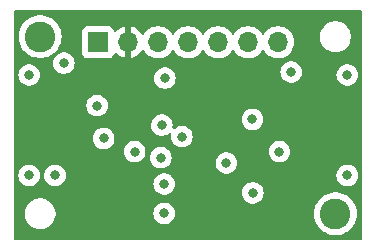
<source format=gbr>
%TF.GenerationSoftware,KiCad,Pcbnew,8.0.5*%
%TF.CreationDate,2024-10-20T21:33:00-07:00*%
%TF.ProjectId,bme688-ezzat-suhaime,626d6536-3838-42d6-957a-7a61742d7375,rev?*%
%TF.SameCoordinates,Original*%
%TF.FileFunction,Copper,L3,Inr*%
%TF.FilePolarity,Positive*%
%FSLAX46Y46*%
G04 Gerber Fmt 4.6, Leading zero omitted, Abs format (unit mm)*
G04 Created by KiCad (PCBNEW 8.0.5) date 2024-10-20 21:33:00*
%MOMM*%
%LPD*%
G01*
G04 APERTURE LIST*
%TA.AperFunction,ComponentPad*%
%ADD10C,2.600000*%
%TD*%
%TA.AperFunction,ComponentPad*%
%ADD11R,1.700000X1.700000*%
%TD*%
%TA.AperFunction,ComponentPad*%
%ADD12O,1.700000X1.700000*%
%TD*%
%TA.AperFunction,ViaPad*%
%ADD13C,0.800000*%
%TD*%
G04 APERTURE END LIST*
D10*
%TO.N,unconnected-(H1-Pad1)_2*%
%TO.C,H1*%
X214500000Y-89500000D03*
%TD*%
D11*
%TO.N,VCC*%
%TO.C,J1*%
X219400000Y-89975000D03*
D12*
%TO.N,+3.3V*%
X221940000Y-89975000D03*
%TO.N,GND*%
X224480000Y-89975000D03*
%TO.N,/SCK{slash}SCL*%
X227020000Y-89975000D03*
%TO.N,/SDO{slash}ADR*%
X229560000Y-89975000D03*
%TO.N,/SDI{slash}SDA*%
X232100000Y-89975000D03*
%TO.N,/CS*%
X234640000Y-89975000D03*
%TD*%
D10*
%TO.N,unconnected-(H2-Pad1)*%
%TO.C,H2*%
X239500000Y-104500000D03*
%TD*%
D13*
%TO.N,+3.3V*%
X224795200Y-95250000D03*
%TO.N,/SDO{slash}ADR*%
X225061139Y-93025000D03*
%TO.N,VCC*%
X219875000Y-98125000D03*
%TO.N,/SCK{slash}SCL*%
X224714341Y-99750000D03*
%TO.N,VCC*%
X215750000Y-101250000D03*
%TO.N,GND*%
X213562500Y-92750000D03*
X235750000Y-92500000D03*
X240500000Y-92750000D03*
X232500000Y-102725000D03*
X213562500Y-101250000D03*
X226500000Y-97975000D03*
X240500000Y-101250000D03*
X224795200Y-97000000D03*
X230260100Y-100214900D03*
X225000000Y-104475000D03*
%TO.N,VCC*%
X216500000Y-91750000D03*
X234750000Y-99250000D03*
%TO.N,+3.3V*%
X219750000Y-104475000D03*
X219004800Y-93250000D03*
X234750000Y-101475000D03*
X229700000Y-93475000D03*
X219750000Y-101725000D03*
X234750000Y-104475000D03*
X228700000Y-97975000D03*
%TO.N,/SDI{slash}SDA*%
X222500000Y-99250000D03*
X232469669Y-96505331D03*
%TO.N,/SCK{slash}SCL*%
X219317300Y-95347600D03*
%TO.N,VCC*%
X225000000Y-101975000D03*
%TD*%
%TA.AperFunction,Conductor*%
%TO.N,+3.3V*%
G36*
X241688539Y-87274185D02*
G01*
X241734294Y-87326989D01*
X241745500Y-87378500D01*
X241745500Y-106621500D01*
X241725815Y-106688539D01*
X241673011Y-106734294D01*
X241621500Y-106745500D01*
X212378500Y-106745500D01*
X212311461Y-106725815D01*
X212265706Y-106673011D01*
X212254500Y-106621500D01*
X212254500Y-104397397D01*
X213196300Y-104397397D01*
X213196300Y-104602603D01*
X213206172Y-104664931D01*
X213228402Y-104805285D01*
X213228402Y-104805288D01*
X213291812Y-105000444D01*
X213291813Y-105000447D01*
X213309197Y-105034564D01*
X213384976Y-105183288D01*
X213505594Y-105349303D01*
X213650697Y-105494406D01*
X213816712Y-105615024D01*
X213906390Y-105660717D01*
X213999552Y-105708186D01*
X213999555Y-105708187D01*
X214077591Y-105733542D01*
X214194716Y-105771598D01*
X214397397Y-105803700D01*
X214397398Y-105803700D01*
X214602602Y-105803700D01*
X214602603Y-105803700D01*
X214805284Y-105771598D01*
X214805287Y-105771597D01*
X214805288Y-105771597D01*
X215000444Y-105708187D01*
X215000447Y-105708186D01*
X215183288Y-105615024D01*
X215349303Y-105494406D01*
X215494406Y-105349303D01*
X215615024Y-105183288D01*
X215708186Y-105000447D01*
X215771598Y-104805284D01*
X215803700Y-104602603D01*
X215803700Y-104475000D01*
X224086496Y-104475000D01*
X224106458Y-104664928D01*
X224106459Y-104664931D01*
X224165470Y-104846549D01*
X224165473Y-104846556D01*
X224260960Y-105011944D01*
X224388747Y-105153866D01*
X224543248Y-105266118D01*
X224717712Y-105343794D01*
X224904513Y-105383500D01*
X225095487Y-105383500D01*
X225282288Y-105343794D01*
X225456752Y-105266118D01*
X225611253Y-105153866D01*
X225739040Y-105011944D01*
X225834527Y-104846556D01*
X225893542Y-104664928D01*
X225910877Y-104499995D01*
X237686429Y-104499995D01*
X237686429Y-104500004D01*
X237706683Y-104770289D01*
X237706684Y-104770294D01*
X237766997Y-105034545D01*
X237766999Y-105034554D01*
X237767001Y-105034559D01*
X237866029Y-105286879D01*
X238001557Y-105521621D01*
X238170558Y-105733542D01*
X238369257Y-105917907D01*
X238593215Y-106070599D01*
X238837428Y-106188206D01*
X239096442Y-106268101D01*
X239096443Y-106268101D01*
X239096446Y-106268102D01*
X239364464Y-106308499D01*
X239364469Y-106308499D01*
X239364472Y-106308500D01*
X239364473Y-106308500D01*
X239635527Y-106308500D01*
X239635528Y-106308500D01*
X239635535Y-106308499D01*
X239903553Y-106268102D01*
X239903554Y-106268101D01*
X239903558Y-106268101D01*
X240162572Y-106188206D01*
X240406786Y-106070599D01*
X240630743Y-105917907D01*
X240829442Y-105733542D01*
X240998443Y-105521621D01*
X241133971Y-105286879D01*
X241232999Y-105034559D01*
X241293315Y-104770299D01*
X241301211Y-104664931D01*
X241313571Y-104500004D01*
X241313571Y-104499995D01*
X241293316Y-104229710D01*
X241293315Y-104229705D01*
X241293315Y-104229701D01*
X241232999Y-103965441D01*
X241133971Y-103713121D01*
X240998443Y-103478379D01*
X240829442Y-103266458D01*
X240630743Y-103082093D01*
X240406786Y-102929401D01*
X240406780Y-102929398D01*
X240406779Y-102929397D01*
X240406778Y-102929396D01*
X240162574Y-102811795D01*
X240162576Y-102811795D01*
X239903559Y-102731899D01*
X239903553Y-102731897D01*
X239635535Y-102691500D01*
X239635528Y-102691500D01*
X239364472Y-102691500D01*
X239364464Y-102691500D01*
X239096446Y-102731897D01*
X239096440Y-102731899D01*
X238837427Y-102811794D01*
X238593219Y-102929398D01*
X238369256Y-103082093D01*
X238170560Y-103266456D01*
X238170558Y-103266458D01*
X238001557Y-103478379D01*
X237866029Y-103713120D01*
X237767003Y-103965435D01*
X237766997Y-103965454D01*
X237706684Y-104229705D01*
X237706683Y-104229710D01*
X237686429Y-104499995D01*
X225910877Y-104499995D01*
X225913504Y-104475000D01*
X225893542Y-104285072D01*
X225834527Y-104103444D01*
X225739040Y-103938056D01*
X225611253Y-103796134D01*
X225456752Y-103683882D01*
X225282288Y-103606206D01*
X225282286Y-103606205D01*
X225095487Y-103566500D01*
X224904513Y-103566500D01*
X224717714Y-103606205D01*
X224543246Y-103683883D01*
X224388745Y-103796135D01*
X224260959Y-103938057D01*
X224165473Y-104103443D01*
X224165470Y-104103450D01*
X224124446Y-104229710D01*
X224106458Y-104285072D01*
X224086496Y-104475000D01*
X215803700Y-104475000D01*
X215803700Y-104397397D01*
X215771598Y-104194716D01*
X215771597Y-104194712D01*
X215771597Y-104194711D01*
X215708187Y-103999555D01*
X215708186Y-103999552D01*
X215615023Y-103816711D01*
X215494406Y-103650697D01*
X215349303Y-103505594D01*
X215183288Y-103384976D01*
X215000447Y-103291813D01*
X215000444Y-103291812D01*
X214805286Y-103228402D01*
X214670163Y-103207000D01*
X214602603Y-103196300D01*
X214397397Y-103196300D01*
X214329836Y-103207000D01*
X214194714Y-103228402D01*
X214194711Y-103228402D01*
X213999555Y-103291812D01*
X213999552Y-103291813D01*
X213816711Y-103384976D01*
X213650695Y-103505595D01*
X213505595Y-103650695D01*
X213384976Y-103816711D01*
X213291813Y-103999552D01*
X213291812Y-103999555D01*
X213228402Y-104194711D01*
X213228402Y-104194714D01*
X213228402Y-104194716D01*
X213196300Y-104397397D01*
X212254500Y-104397397D01*
X212254500Y-101250000D01*
X212648996Y-101250000D01*
X212668958Y-101439928D01*
X212668959Y-101439931D01*
X212727970Y-101621549D01*
X212727973Y-101621556D01*
X212823460Y-101786944D01*
X212951247Y-101928866D01*
X213105748Y-102041118D01*
X213280212Y-102118794D01*
X213467013Y-102158500D01*
X213657987Y-102158500D01*
X213844788Y-102118794D01*
X214019252Y-102041118D01*
X214173753Y-101928866D01*
X214301540Y-101786944D01*
X214397027Y-101621556D01*
X214456042Y-101439928D01*
X214476004Y-101250000D01*
X214836496Y-101250000D01*
X214856458Y-101439928D01*
X214856459Y-101439931D01*
X214915470Y-101621549D01*
X214915473Y-101621556D01*
X215010960Y-101786944D01*
X215138747Y-101928866D01*
X215293248Y-102041118D01*
X215467712Y-102118794D01*
X215654513Y-102158500D01*
X215845487Y-102158500D01*
X216032288Y-102118794D01*
X216206752Y-102041118D01*
X216297755Y-101975000D01*
X224086496Y-101975000D01*
X224106458Y-102164928D01*
X224106459Y-102164931D01*
X224165470Y-102346549D01*
X224165473Y-102346556D01*
X224260960Y-102511944D01*
X224388747Y-102653866D01*
X224543248Y-102766118D01*
X224717712Y-102843794D01*
X224904513Y-102883500D01*
X225095487Y-102883500D01*
X225282288Y-102843794D01*
X225456752Y-102766118D01*
X225513346Y-102725000D01*
X231586496Y-102725000D01*
X231606458Y-102914928D01*
X231606459Y-102914931D01*
X231665470Y-103096549D01*
X231665473Y-103096556D01*
X231760960Y-103261944D01*
X231888747Y-103403866D01*
X232043248Y-103516118D01*
X232217712Y-103593794D01*
X232404513Y-103633500D01*
X232595487Y-103633500D01*
X232782288Y-103593794D01*
X232956752Y-103516118D01*
X233111253Y-103403866D01*
X233239040Y-103261944D01*
X233334527Y-103096556D01*
X233393542Y-102914928D01*
X233413504Y-102725000D01*
X233393542Y-102535072D01*
X233334527Y-102353444D01*
X233239040Y-102188056D01*
X233111253Y-102046134D01*
X232956752Y-101933882D01*
X232782288Y-101856206D01*
X232782286Y-101856205D01*
X232595487Y-101816500D01*
X232404513Y-101816500D01*
X232217714Y-101856205D01*
X232043246Y-101933883D01*
X231888745Y-102046135D01*
X231760959Y-102188057D01*
X231665473Y-102353443D01*
X231665470Y-102353450D01*
X231606459Y-102535068D01*
X231606458Y-102535072D01*
X231586496Y-102725000D01*
X225513346Y-102725000D01*
X225611253Y-102653866D01*
X225739040Y-102511944D01*
X225834527Y-102346556D01*
X225893542Y-102164928D01*
X225913504Y-101975000D01*
X225893542Y-101785072D01*
X225834527Y-101603444D01*
X225739040Y-101438056D01*
X225611253Y-101296134D01*
X225547755Y-101250000D01*
X239586496Y-101250000D01*
X239606458Y-101439928D01*
X239606459Y-101439931D01*
X239665470Y-101621549D01*
X239665473Y-101621556D01*
X239760960Y-101786944D01*
X239888747Y-101928866D01*
X240043248Y-102041118D01*
X240217712Y-102118794D01*
X240404513Y-102158500D01*
X240595487Y-102158500D01*
X240782288Y-102118794D01*
X240956752Y-102041118D01*
X241111253Y-101928866D01*
X241239040Y-101786944D01*
X241334527Y-101621556D01*
X241393542Y-101439928D01*
X241413504Y-101250000D01*
X241393542Y-101060072D01*
X241334527Y-100878444D01*
X241239040Y-100713056D01*
X241111253Y-100571134D01*
X240956752Y-100458882D01*
X240782288Y-100381206D01*
X240782286Y-100381205D01*
X240595487Y-100341500D01*
X240404513Y-100341500D01*
X240217714Y-100381205D01*
X240043246Y-100458883D01*
X239888745Y-100571135D01*
X239760959Y-100713057D01*
X239665473Y-100878443D01*
X239665470Y-100878450D01*
X239624021Y-101006018D01*
X239606458Y-101060072D01*
X239586496Y-101250000D01*
X225547755Y-101250000D01*
X225456752Y-101183882D01*
X225282288Y-101106206D01*
X225282286Y-101106205D01*
X225095487Y-101066500D01*
X224904513Y-101066500D01*
X224717714Y-101106205D01*
X224543246Y-101183883D01*
X224388745Y-101296135D01*
X224260959Y-101438057D01*
X224165473Y-101603443D01*
X224165470Y-101603450D01*
X224106459Y-101785068D01*
X224106458Y-101785072D01*
X224086496Y-101975000D01*
X216297755Y-101975000D01*
X216361253Y-101928866D01*
X216489040Y-101786944D01*
X216584527Y-101621556D01*
X216643542Y-101439928D01*
X216663504Y-101250000D01*
X216643542Y-101060072D01*
X216584527Y-100878444D01*
X216489040Y-100713056D01*
X216361253Y-100571134D01*
X216206752Y-100458882D01*
X216032288Y-100381206D01*
X216032286Y-100381205D01*
X215845487Y-100341500D01*
X215654513Y-100341500D01*
X215467714Y-100381205D01*
X215293246Y-100458883D01*
X215138745Y-100571135D01*
X215010959Y-100713057D01*
X214915473Y-100878443D01*
X214915470Y-100878450D01*
X214874021Y-101006018D01*
X214856458Y-101060072D01*
X214836496Y-101250000D01*
X214476004Y-101250000D01*
X214456042Y-101060072D01*
X214397027Y-100878444D01*
X214301540Y-100713056D01*
X214173753Y-100571134D01*
X214019252Y-100458882D01*
X213844788Y-100381206D01*
X213844786Y-100381205D01*
X213657987Y-100341500D01*
X213467013Y-100341500D01*
X213280214Y-100381205D01*
X213105746Y-100458883D01*
X212951245Y-100571135D01*
X212823459Y-100713057D01*
X212727973Y-100878443D01*
X212727970Y-100878450D01*
X212686521Y-101006018D01*
X212668958Y-101060072D01*
X212648996Y-101250000D01*
X212254500Y-101250000D01*
X212254500Y-99250000D01*
X221586496Y-99250000D01*
X221606458Y-99439928D01*
X221606459Y-99439931D01*
X221665470Y-99621549D01*
X221665473Y-99621556D01*
X221760960Y-99786944D01*
X221888747Y-99928866D01*
X222043248Y-100041118D01*
X222217712Y-100118794D01*
X222404513Y-100158500D01*
X222595487Y-100158500D01*
X222782288Y-100118794D01*
X222956752Y-100041118D01*
X223111253Y-99928866D01*
X223239040Y-99786944D01*
X223260370Y-99750000D01*
X223800837Y-99750000D01*
X223820799Y-99939928D01*
X223820800Y-99939931D01*
X223879811Y-100121549D01*
X223879814Y-100121556D01*
X223975301Y-100286944D01*
X224103088Y-100428866D01*
X224257589Y-100541118D01*
X224432053Y-100618794D01*
X224618854Y-100658500D01*
X224809828Y-100658500D01*
X224996629Y-100618794D01*
X225171093Y-100541118D01*
X225325594Y-100428866D01*
X225453381Y-100286944D01*
X225494976Y-100214900D01*
X229346596Y-100214900D01*
X229366558Y-100404828D01*
X229366559Y-100404831D01*
X229425570Y-100586449D01*
X229425573Y-100586456D01*
X229521060Y-100751844D01*
X229648847Y-100893766D01*
X229803348Y-101006018D01*
X229977812Y-101083694D01*
X230164613Y-101123400D01*
X230355587Y-101123400D01*
X230542388Y-101083694D01*
X230716852Y-101006018D01*
X230871353Y-100893766D01*
X230999140Y-100751844D01*
X231094627Y-100586456D01*
X231153642Y-100404828D01*
X231173604Y-100214900D01*
X231153642Y-100024972D01*
X231094627Y-99843344D01*
X230999140Y-99677956D01*
X230871353Y-99536034D01*
X230716852Y-99423782D01*
X230542388Y-99346106D01*
X230542386Y-99346105D01*
X230355587Y-99306400D01*
X230164613Y-99306400D01*
X229977814Y-99346105D01*
X229803346Y-99423783D01*
X229648845Y-99536035D01*
X229521059Y-99677957D01*
X229425573Y-99843343D01*
X229425570Y-99843350D01*
X229366559Y-100024968D01*
X229366558Y-100024972D01*
X229346596Y-100214900D01*
X225494976Y-100214900D01*
X225548868Y-100121556D01*
X225607883Y-99939928D01*
X225627845Y-99750000D01*
X225607883Y-99560072D01*
X225548868Y-99378444D01*
X225474711Y-99250000D01*
X233836496Y-99250000D01*
X233856458Y-99439928D01*
X233856459Y-99439931D01*
X233915470Y-99621549D01*
X233915473Y-99621556D01*
X234010960Y-99786944D01*
X234138747Y-99928866D01*
X234293248Y-100041118D01*
X234467712Y-100118794D01*
X234654513Y-100158500D01*
X234845487Y-100158500D01*
X235032288Y-100118794D01*
X235206752Y-100041118D01*
X235361253Y-99928866D01*
X235489040Y-99786944D01*
X235584527Y-99621556D01*
X235643542Y-99439928D01*
X235663504Y-99250000D01*
X235643542Y-99060072D01*
X235584527Y-98878444D01*
X235489040Y-98713056D01*
X235361253Y-98571134D01*
X235206752Y-98458882D01*
X235032288Y-98381206D01*
X235032286Y-98381205D01*
X234845487Y-98341500D01*
X234654513Y-98341500D01*
X234467714Y-98381205D01*
X234293246Y-98458883D01*
X234138745Y-98571135D01*
X234010959Y-98713057D01*
X233915473Y-98878443D01*
X233915470Y-98878450D01*
X233856459Y-99060068D01*
X233856458Y-99060072D01*
X233836496Y-99250000D01*
X225474711Y-99250000D01*
X225453381Y-99213056D01*
X225325594Y-99071134D01*
X225171093Y-98958882D01*
X224996629Y-98881206D01*
X224996627Y-98881205D01*
X224809828Y-98841500D01*
X224618854Y-98841500D01*
X224432055Y-98881205D01*
X224257587Y-98958883D01*
X224103086Y-99071135D01*
X223975300Y-99213057D01*
X223879814Y-99378443D01*
X223879811Y-99378450D01*
X223859836Y-99439928D01*
X223820799Y-99560072D01*
X223800837Y-99750000D01*
X223260370Y-99750000D01*
X223334527Y-99621556D01*
X223393542Y-99439928D01*
X223413504Y-99250000D01*
X223393542Y-99060072D01*
X223334527Y-98878444D01*
X223239040Y-98713056D01*
X223111253Y-98571134D01*
X222956752Y-98458882D01*
X222782288Y-98381206D01*
X222782286Y-98381205D01*
X222595487Y-98341500D01*
X222404513Y-98341500D01*
X222217714Y-98381205D01*
X222043246Y-98458883D01*
X221888745Y-98571135D01*
X221760959Y-98713057D01*
X221665473Y-98878443D01*
X221665470Y-98878450D01*
X221606459Y-99060068D01*
X221606458Y-99060072D01*
X221586496Y-99250000D01*
X212254500Y-99250000D01*
X212254500Y-98125000D01*
X218961496Y-98125000D01*
X218981458Y-98314928D01*
X218981459Y-98314931D01*
X219040470Y-98496549D01*
X219040473Y-98496556D01*
X219135960Y-98661944D01*
X219263747Y-98803866D01*
X219418248Y-98916118D01*
X219592712Y-98993794D01*
X219779513Y-99033500D01*
X219970487Y-99033500D01*
X220157288Y-98993794D01*
X220331752Y-98916118D01*
X220486253Y-98803866D01*
X220614040Y-98661944D01*
X220709527Y-98496556D01*
X220768542Y-98314928D01*
X220788504Y-98125000D01*
X220768542Y-97935072D01*
X220709527Y-97753444D01*
X220614040Y-97588056D01*
X220486253Y-97446134D01*
X220331752Y-97333882D01*
X220157288Y-97256206D01*
X220157286Y-97256205D01*
X219970487Y-97216500D01*
X219779513Y-97216500D01*
X219592714Y-97256205D01*
X219592712Y-97256206D01*
X219444898Y-97322017D01*
X219418246Y-97333883D01*
X219263745Y-97446135D01*
X219135959Y-97588057D01*
X219040473Y-97753443D01*
X219040470Y-97753450D01*
X218981459Y-97935068D01*
X218981458Y-97935072D01*
X218961496Y-98125000D01*
X212254500Y-98125000D01*
X212254500Y-97000000D01*
X223881696Y-97000000D01*
X223901658Y-97189928D01*
X223901659Y-97189931D01*
X223960670Y-97371549D01*
X223960673Y-97371556D01*
X224056160Y-97536944D01*
X224183947Y-97678866D01*
X224338448Y-97791118D01*
X224512912Y-97868794D01*
X224699713Y-97908500D01*
X224890687Y-97908500D01*
X225077488Y-97868794D01*
X225251952Y-97791118D01*
X225406453Y-97678866D01*
X225406456Y-97678862D01*
X225409760Y-97676462D01*
X225475566Y-97652982D01*
X225543620Y-97668807D01*
X225592315Y-97718913D01*
X225606191Y-97787390D01*
X225605967Y-97789741D01*
X225586496Y-97974999D01*
X225586496Y-97975000D01*
X225606458Y-98164928D01*
X225606459Y-98164931D01*
X225665470Y-98346549D01*
X225665473Y-98346556D01*
X225760960Y-98511944D01*
X225888747Y-98653866D01*
X226043248Y-98766118D01*
X226217712Y-98843794D01*
X226404513Y-98883500D01*
X226595487Y-98883500D01*
X226782288Y-98843794D01*
X226956752Y-98766118D01*
X227111253Y-98653866D01*
X227239040Y-98511944D01*
X227334527Y-98346556D01*
X227393542Y-98164928D01*
X227413504Y-97975000D01*
X227393542Y-97785072D01*
X227334527Y-97603444D01*
X227239040Y-97438056D01*
X227111253Y-97296134D01*
X226956752Y-97183882D01*
X226782288Y-97106206D01*
X226782286Y-97106205D01*
X226595487Y-97066500D01*
X226404513Y-97066500D01*
X226217714Y-97106205D01*
X226043243Y-97183884D01*
X225885438Y-97298537D01*
X225819632Y-97322017D01*
X225751578Y-97306191D01*
X225702883Y-97256086D01*
X225689008Y-97187608D01*
X225689222Y-97185352D01*
X225708704Y-97000000D01*
X225688742Y-96810072D01*
X225629727Y-96628444D01*
X225558648Y-96505331D01*
X231556165Y-96505331D01*
X231576127Y-96695259D01*
X231576128Y-96695262D01*
X231635139Y-96876880D01*
X231635142Y-96876887D01*
X231730629Y-97042275D01*
X231858416Y-97184197D01*
X232012917Y-97296449D01*
X232187381Y-97374125D01*
X232374182Y-97413831D01*
X232565156Y-97413831D01*
X232751957Y-97374125D01*
X232926421Y-97296449D01*
X233080922Y-97184197D01*
X233208709Y-97042275D01*
X233304196Y-96876887D01*
X233363211Y-96695259D01*
X233383173Y-96505331D01*
X233363211Y-96315403D01*
X233304196Y-96133775D01*
X233208709Y-95968387D01*
X233080922Y-95826465D01*
X232926421Y-95714213D01*
X232751957Y-95636537D01*
X232751955Y-95636536D01*
X232565156Y-95596831D01*
X232374182Y-95596831D01*
X232187383Y-95636536D01*
X232012915Y-95714214D01*
X231858414Y-95826466D01*
X231730628Y-95968388D01*
X231635142Y-96133774D01*
X231635139Y-96133781D01*
X231576128Y-96315399D01*
X231576127Y-96315403D01*
X231556165Y-96505331D01*
X225558648Y-96505331D01*
X225534240Y-96463056D01*
X225406453Y-96321134D01*
X225251952Y-96208882D01*
X225077488Y-96131206D01*
X225077486Y-96131205D01*
X224890687Y-96091500D01*
X224699713Y-96091500D01*
X224512914Y-96131205D01*
X224338446Y-96208883D01*
X224183945Y-96321135D01*
X224056159Y-96463057D01*
X223960673Y-96628443D01*
X223960670Y-96628450D01*
X223938963Y-96695259D01*
X223901658Y-96810072D01*
X223881696Y-97000000D01*
X212254500Y-97000000D01*
X212254500Y-95347600D01*
X218403796Y-95347600D01*
X218423758Y-95537528D01*
X218423759Y-95537531D01*
X218482770Y-95719149D01*
X218482773Y-95719156D01*
X218578260Y-95884544D01*
X218706047Y-96026466D01*
X218860548Y-96138718D01*
X219035012Y-96216394D01*
X219221813Y-96256100D01*
X219412787Y-96256100D01*
X219599588Y-96216394D01*
X219774052Y-96138718D01*
X219928553Y-96026466D01*
X220056340Y-95884544D01*
X220151827Y-95719156D01*
X220210842Y-95537528D01*
X220230804Y-95347600D01*
X220210842Y-95157672D01*
X220151827Y-94976044D01*
X220056340Y-94810656D01*
X219928553Y-94668734D01*
X219774052Y-94556482D01*
X219599588Y-94478806D01*
X219599586Y-94478805D01*
X219412787Y-94439100D01*
X219221813Y-94439100D01*
X219035014Y-94478805D01*
X218860546Y-94556483D01*
X218706045Y-94668735D01*
X218578259Y-94810657D01*
X218482773Y-94976043D01*
X218482770Y-94976050D01*
X218423759Y-95157668D01*
X218423758Y-95157672D01*
X218403796Y-95347600D01*
X212254500Y-95347600D01*
X212254500Y-92750000D01*
X212648996Y-92750000D01*
X212668958Y-92939928D01*
X212668959Y-92939931D01*
X212727970Y-93121549D01*
X212727973Y-93121556D01*
X212823460Y-93286944D01*
X212951247Y-93428866D01*
X213105748Y-93541118D01*
X213280212Y-93618794D01*
X213467013Y-93658500D01*
X213657987Y-93658500D01*
X213844788Y-93618794D01*
X214019252Y-93541118D01*
X214173753Y-93428866D01*
X214301540Y-93286944D01*
X214397027Y-93121556D01*
X214428400Y-93025000D01*
X224147635Y-93025000D01*
X224167597Y-93214928D01*
X224167598Y-93214931D01*
X224226609Y-93396549D01*
X224226612Y-93396556D01*
X224322099Y-93561944D01*
X224449886Y-93703866D01*
X224604387Y-93816118D01*
X224778851Y-93893794D01*
X224965652Y-93933500D01*
X225156626Y-93933500D01*
X225343427Y-93893794D01*
X225517891Y-93816118D01*
X225672392Y-93703866D01*
X225800179Y-93561944D01*
X225895666Y-93396556D01*
X225954681Y-93214928D01*
X225974643Y-93025000D01*
X225954681Y-92835072D01*
X225895666Y-92653444D01*
X225807075Y-92500000D01*
X234836496Y-92500000D01*
X234856458Y-92689928D01*
X234856459Y-92689931D01*
X234915470Y-92871549D01*
X234915473Y-92871556D01*
X235010960Y-93036944D01*
X235138747Y-93178866D01*
X235293248Y-93291118D01*
X235467712Y-93368794D01*
X235654513Y-93408500D01*
X235845487Y-93408500D01*
X236032288Y-93368794D01*
X236206752Y-93291118D01*
X236361253Y-93178866D01*
X236489040Y-93036944D01*
X236584527Y-92871556D01*
X236624023Y-92750000D01*
X239586496Y-92750000D01*
X239606458Y-92939928D01*
X239606459Y-92939931D01*
X239665470Y-93121549D01*
X239665473Y-93121556D01*
X239760960Y-93286944D01*
X239888747Y-93428866D01*
X240043248Y-93541118D01*
X240217712Y-93618794D01*
X240404513Y-93658500D01*
X240595487Y-93658500D01*
X240782288Y-93618794D01*
X240956752Y-93541118D01*
X241111253Y-93428866D01*
X241239040Y-93286944D01*
X241334527Y-93121556D01*
X241393542Y-92939928D01*
X241413504Y-92750000D01*
X241393542Y-92560072D01*
X241334527Y-92378444D01*
X241239040Y-92213056D01*
X241111253Y-92071134D01*
X240956752Y-91958882D01*
X240782288Y-91881206D01*
X240782286Y-91881205D01*
X240595487Y-91841500D01*
X240404513Y-91841500D01*
X240217714Y-91881205D01*
X240043246Y-91958883D01*
X239888745Y-92071135D01*
X239760959Y-92213057D01*
X239665473Y-92378443D01*
X239665470Y-92378450D01*
X239606459Y-92560068D01*
X239606458Y-92560072D01*
X239586496Y-92750000D01*
X236624023Y-92750000D01*
X236643542Y-92689928D01*
X236663504Y-92500000D01*
X236643542Y-92310072D01*
X236584527Y-92128444D01*
X236489040Y-91963056D01*
X236361253Y-91821134D01*
X236206752Y-91708882D01*
X236032288Y-91631206D01*
X236032286Y-91631205D01*
X235845487Y-91591500D01*
X235654513Y-91591500D01*
X235467714Y-91631205D01*
X235293246Y-91708883D01*
X235138745Y-91821135D01*
X235010959Y-91963057D01*
X234915473Y-92128443D01*
X234915470Y-92128450D01*
X234856459Y-92310068D01*
X234856458Y-92310072D01*
X234836496Y-92500000D01*
X225807075Y-92500000D01*
X225800179Y-92488056D01*
X225672392Y-92346134D01*
X225517891Y-92233882D01*
X225343427Y-92156206D01*
X225343425Y-92156205D01*
X225156626Y-92116500D01*
X224965652Y-92116500D01*
X224778853Y-92156205D01*
X224604385Y-92233883D01*
X224449884Y-92346135D01*
X224322098Y-92488057D01*
X224226612Y-92653443D01*
X224226609Y-92653450D01*
X224167598Y-92835068D01*
X224167597Y-92835072D01*
X224147635Y-93025000D01*
X214428400Y-93025000D01*
X214456042Y-92939928D01*
X214476004Y-92750000D01*
X214456042Y-92560072D01*
X214397027Y-92378444D01*
X214301540Y-92213056D01*
X214173753Y-92071134D01*
X214019252Y-91958882D01*
X213844788Y-91881206D01*
X213844786Y-91881205D01*
X213657987Y-91841500D01*
X213467013Y-91841500D01*
X213280214Y-91881205D01*
X213105746Y-91958883D01*
X212951245Y-92071135D01*
X212823459Y-92213057D01*
X212727973Y-92378443D01*
X212727970Y-92378450D01*
X212668959Y-92560068D01*
X212668958Y-92560072D01*
X212648996Y-92750000D01*
X212254500Y-92750000D01*
X212254500Y-91750000D01*
X215586496Y-91750000D01*
X215606458Y-91939928D01*
X215606459Y-91939931D01*
X215665470Y-92121549D01*
X215665473Y-92121556D01*
X215760960Y-92286944D01*
X215888747Y-92428866D01*
X216043248Y-92541118D01*
X216217712Y-92618794D01*
X216404513Y-92658500D01*
X216595487Y-92658500D01*
X216782288Y-92618794D01*
X216956752Y-92541118D01*
X217111253Y-92428866D01*
X217239040Y-92286944D01*
X217334527Y-92121556D01*
X217393542Y-91939928D01*
X217413504Y-91750000D01*
X217393542Y-91560072D01*
X217334527Y-91378444D01*
X217239040Y-91213056D01*
X217111253Y-91071134D01*
X216956752Y-90958882D01*
X216782288Y-90881206D01*
X216782286Y-90881205D01*
X216595487Y-90841500D01*
X216404513Y-90841500D01*
X216217714Y-90881205D01*
X216181627Y-90897272D01*
X216098681Y-90934202D01*
X216043246Y-90958883D01*
X215888745Y-91071135D01*
X215760959Y-91213057D01*
X215665473Y-91378443D01*
X215665470Y-91378450D01*
X215606459Y-91560068D01*
X215606458Y-91560072D01*
X215586496Y-91750000D01*
X212254500Y-91750000D01*
X212254500Y-89499995D01*
X212686429Y-89499995D01*
X212686429Y-89500004D01*
X212706683Y-89770289D01*
X212706684Y-89770294D01*
X212766997Y-90034545D01*
X212766999Y-90034554D01*
X212767001Y-90034559D01*
X212866029Y-90286879D01*
X213001557Y-90521621D01*
X213170558Y-90733542D01*
X213369257Y-90917907D01*
X213593215Y-91070599D01*
X213837428Y-91188206D01*
X214096442Y-91268101D01*
X214096443Y-91268101D01*
X214096446Y-91268102D01*
X214364464Y-91308499D01*
X214364469Y-91308499D01*
X214364472Y-91308500D01*
X214364473Y-91308500D01*
X214635527Y-91308500D01*
X214635528Y-91308500D01*
X214654543Y-91305634D01*
X214903553Y-91268102D01*
X214903554Y-91268101D01*
X214903558Y-91268101D01*
X215162572Y-91188206D01*
X215406786Y-91070599D01*
X215630743Y-90917907D01*
X215829442Y-90733542D01*
X215998443Y-90521621D01*
X216133971Y-90286879D01*
X216232999Y-90034559D01*
X216293315Y-89770299D01*
X216313571Y-89500000D01*
X216312701Y-89488393D01*
X216293316Y-89229710D01*
X216293315Y-89229705D01*
X216293315Y-89229701D01*
X216258312Y-89076345D01*
X218041500Y-89076345D01*
X218041500Y-90873654D01*
X218048011Y-90934202D01*
X218048011Y-90934204D01*
X218098885Y-91070599D01*
X218099111Y-91071204D01*
X218186739Y-91188261D01*
X218303796Y-91275889D01*
X218440799Y-91326989D01*
X218468050Y-91329918D01*
X218501345Y-91333499D01*
X218501362Y-91333500D01*
X220298638Y-91333500D01*
X220298654Y-91333499D01*
X220325692Y-91330591D01*
X220359201Y-91326989D01*
X220496204Y-91275889D01*
X220613261Y-91188261D01*
X220700889Y-91071204D01*
X220749223Y-90941615D01*
X220791093Y-90885686D01*
X220856557Y-90861269D01*
X220924830Y-90876121D01*
X220953084Y-90897272D01*
X221068917Y-91013105D01*
X221262421Y-91148600D01*
X221476507Y-91248429D01*
X221476516Y-91248433D01*
X221690000Y-91305634D01*
X221690000Y-90408012D01*
X221747007Y-90440925D01*
X221874174Y-90475000D01*
X222005826Y-90475000D01*
X222132993Y-90440925D01*
X222190000Y-90408012D01*
X222190000Y-91305633D01*
X222403483Y-91248433D01*
X222403492Y-91248429D01*
X222617578Y-91148600D01*
X222811082Y-91013105D01*
X222978105Y-90846082D01*
X223104868Y-90665048D01*
X223159445Y-90621423D01*
X223228944Y-90614231D01*
X223291298Y-90645753D01*
X223310251Y-90668350D01*
X223404276Y-90812265D01*
X223404284Y-90812276D01*
X223556756Y-90977902D01*
X223556760Y-90977906D01*
X223734424Y-91116189D01*
X223734425Y-91116189D01*
X223734427Y-91116191D01*
X223794314Y-91148600D01*
X223932426Y-91223342D01*
X224145365Y-91296444D01*
X224367431Y-91333500D01*
X224592569Y-91333500D01*
X224814635Y-91296444D01*
X225027574Y-91223342D01*
X225225576Y-91116189D01*
X225403240Y-90977906D01*
X225555722Y-90812268D01*
X225646193Y-90673790D01*
X225699338Y-90628437D01*
X225768569Y-90619013D01*
X225831905Y-90648515D01*
X225853804Y-90673787D01*
X225944278Y-90812268D01*
X225944283Y-90812273D01*
X225944284Y-90812276D01*
X226096756Y-90977902D01*
X226096760Y-90977906D01*
X226274424Y-91116189D01*
X226274425Y-91116189D01*
X226274427Y-91116191D01*
X226334314Y-91148600D01*
X226472426Y-91223342D01*
X226685365Y-91296444D01*
X226907431Y-91333500D01*
X227132569Y-91333500D01*
X227354635Y-91296444D01*
X227567574Y-91223342D01*
X227765576Y-91116189D01*
X227943240Y-90977906D01*
X228095722Y-90812268D01*
X228186193Y-90673790D01*
X228239338Y-90628437D01*
X228308569Y-90619013D01*
X228371905Y-90648515D01*
X228393804Y-90673787D01*
X228484278Y-90812268D01*
X228484283Y-90812273D01*
X228484284Y-90812276D01*
X228636756Y-90977902D01*
X228636760Y-90977906D01*
X228814424Y-91116189D01*
X228814425Y-91116189D01*
X228814427Y-91116191D01*
X228874314Y-91148600D01*
X229012426Y-91223342D01*
X229225365Y-91296444D01*
X229447431Y-91333500D01*
X229672569Y-91333500D01*
X229894635Y-91296444D01*
X230107574Y-91223342D01*
X230305576Y-91116189D01*
X230483240Y-90977906D01*
X230635722Y-90812268D01*
X230726193Y-90673790D01*
X230779338Y-90628437D01*
X230848569Y-90619013D01*
X230911905Y-90648515D01*
X230933804Y-90673787D01*
X231024278Y-90812268D01*
X231024283Y-90812273D01*
X231024284Y-90812276D01*
X231176756Y-90977902D01*
X231176760Y-90977906D01*
X231354424Y-91116189D01*
X231354425Y-91116189D01*
X231354427Y-91116191D01*
X231414314Y-91148600D01*
X231552426Y-91223342D01*
X231765365Y-91296444D01*
X231987431Y-91333500D01*
X232212569Y-91333500D01*
X232434635Y-91296444D01*
X232647574Y-91223342D01*
X232845576Y-91116189D01*
X233023240Y-90977906D01*
X233175722Y-90812268D01*
X233266193Y-90673790D01*
X233319338Y-90628437D01*
X233388569Y-90619013D01*
X233451905Y-90648515D01*
X233473804Y-90673787D01*
X233564278Y-90812268D01*
X233564283Y-90812273D01*
X233564284Y-90812276D01*
X233716756Y-90977902D01*
X233716760Y-90977906D01*
X233894424Y-91116189D01*
X233894425Y-91116189D01*
X233894427Y-91116191D01*
X233954314Y-91148600D01*
X234092426Y-91223342D01*
X234305365Y-91296444D01*
X234527431Y-91333500D01*
X234752569Y-91333500D01*
X234974635Y-91296444D01*
X235187574Y-91223342D01*
X235385576Y-91116189D01*
X235563240Y-90977906D01*
X235715722Y-90812268D01*
X235838860Y-90623791D01*
X235929296Y-90417616D01*
X235984564Y-90199368D01*
X235984565Y-90199359D01*
X236003156Y-89975005D01*
X236003156Y-89974994D01*
X235984565Y-89750640D01*
X235984563Y-89750628D01*
X235947078Y-89602603D01*
X235929296Y-89532384D01*
X235870086Y-89397397D01*
X238196300Y-89397397D01*
X238196300Y-89602602D01*
X238228402Y-89805285D01*
X238228402Y-89805288D01*
X238291812Y-90000444D01*
X238291813Y-90000447D01*
X238377183Y-90167993D01*
X238384976Y-90183288D01*
X238505594Y-90349303D01*
X238650697Y-90494406D01*
X238816712Y-90615024D01*
X238843037Y-90628437D01*
X238999552Y-90708186D01*
X238999555Y-90708187D01*
X239077591Y-90733542D01*
X239194716Y-90771598D01*
X239397397Y-90803700D01*
X239397398Y-90803700D01*
X239602602Y-90803700D01*
X239602603Y-90803700D01*
X239805284Y-90771598D01*
X239805287Y-90771597D01*
X239805288Y-90771597D01*
X240000444Y-90708187D01*
X240000447Y-90708186D01*
X240183288Y-90615024D01*
X240349303Y-90494406D01*
X240494406Y-90349303D01*
X240615024Y-90183288D01*
X240708186Y-90000447D01*
X240771598Y-89805284D01*
X240803700Y-89602603D01*
X240803700Y-89397397D01*
X240771598Y-89194716D01*
X240771597Y-89194712D01*
X240771597Y-89194711D01*
X240708187Y-88999555D01*
X240708186Y-88999552D01*
X240646656Y-88878793D01*
X240615024Y-88816712D01*
X240494406Y-88650697D01*
X240349303Y-88505594D01*
X240183288Y-88384976D01*
X240000447Y-88291813D01*
X240000444Y-88291812D01*
X239805286Y-88228402D01*
X239670163Y-88207000D01*
X239602603Y-88196300D01*
X239397397Y-88196300D01*
X239329836Y-88207000D01*
X239194714Y-88228402D01*
X239194711Y-88228402D01*
X238999555Y-88291812D01*
X238999552Y-88291813D01*
X238816711Y-88384976D01*
X238650695Y-88505595D01*
X238505595Y-88650695D01*
X238384976Y-88816711D01*
X238291813Y-88999552D01*
X238291812Y-88999555D01*
X238228402Y-89194711D01*
X238228402Y-89194714D01*
X238196300Y-89397397D01*
X235870086Y-89397397D01*
X235838860Y-89326209D01*
X235822706Y-89301484D01*
X235715723Y-89137734D01*
X235715715Y-89137723D01*
X235563243Y-88972097D01*
X235563238Y-88972092D01*
X235385577Y-88833812D01*
X235385572Y-88833808D01*
X235187580Y-88726661D01*
X235187577Y-88726659D01*
X235187574Y-88726658D01*
X235187571Y-88726657D01*
X235187569Y-88726656D01*
X234974637Y-88653556D01*
X234752569Y-88616500D01*
X234527431Y-88616500D01*
X234305362Y-88653556D01*
X234092430Y-88726656D01*
X234092419Y-88726661D01*
X233894427Y-88833808D01*
X233894422Y-88833812D01*
X233716761Y-88972092D01*
X233716756Y-88972097D01*
X233564284Y-89137723D01*
X233564276Y-89137734D01*
X233473808Y-89276206D01*
X233420662Y-89321562D01*
X233351431Y-89330986D01*
X233288095Y-89301484D01*
X233266192Y-89276206D01*
X233175723Y-89137734D01*
X233175715Y-89137723D01*
X233023243Y-88972097D01*
X233023238Y-88972092D01*
X232845577Y-88833812D01*
X232845572Y-88833808D01*
X232647580Y-88726661D01*
X232647577Y-88726659D01*
X232647574Y-88726658D01*
X232647571Y-88726657D01*
X232647569Y-88726656D01*
X232434637Y-88653556D01*
X232212569Y-88616500D01*
X231987431Y-88616500D01*
X231765362Y-88653556D01*
X231552430Y-88726656D01*
X231552419Y-88726661D01*
X231354427Y-88833808D01*
X231354422Y-88833812D01*
X231176761Y-88972092D01*
X231176756Y-88972097D01*
X231024284Y-89137723D01*
X231024276Y-89137734D01*
X230933808Y-89276206D01*
X230880662Y-89321562D01*
X230811431Y-89330986D01*
X230748095Y-89301484D01*
X230726192Y-89276206D01*
X230635723Y-89137734D01*
X230635715Y-89137723D01*
X230483243Y-88972097D01*
X230483238Y-88972092D01*
X230305577Y-88833812D01*
X230305572Y-88833808D01*
X230107580Y-88726661D01*
X230107577Y-88726659D01*
X230107574Y-88726658D01*
X230107571Y-88726657D01*
X230107569Y-88726656D01*
X229894637Y-88653556D01*
X229672569Y-88616500D01*
X229447431Y-88616500D01*
X229225362Y-88653556D01*
X229012430Y-88726656D01*
X229012419Y-88726661D01*
X228814427Y-88833808D01*
X228814422Y-88833812D01*
X228636761Y-88972092D01*
X228636756Y-88972097D01*
X228484284Y-89137723D01*
X228484276Y-89137734D01*
X228393808Y-89276206D01*
X228340662Y-89321562D01*
X228271431Y-89330986D01*
X228208095Y-89301484D01*
X228186192Y-89276206D01*
X228095723Y-89137734D01*
X228095715Y-89137723D01*
X227943243Y-88972097D01*
X227943238Y-88972092D01*
X227765577Y-88833812D01*
X227765572Y-88833808D01*
X227567580Y-88726661D01*
X227567577Y-88726659D01*
X227567574Y-88726658D01*
X227567571Y-88726657D01*
X227567569Y-88726656D01*
X227354637Y-88653556D01*
X227132569Y-88616500D01*
X226907431Y-88616500D01*
X226685362Y-88653556D01*
X226472430Y-88726656D01*
X226472419Y-88726661D01*
X226274427Y-88833808D01*
X226274422Y-88833812D01*
X226096761Y-88972092D01*
X226096756Y-88972097D01*
X225944284Y-89137723D01*
X225944276Y-89137734D01*
X225853808Y-89276206D01*
X225800662Y-89321562D01*
X225731431Y-89330986D01*
X225668095Y-89301484D01*
X225646192Y-89276206D01*
X225555723Y-89137734D01*
X225555715Y-89137723D01*
X225403243Y-88972097D01*
X225403238Y-88972092D01*
X225225577Y-88833812D01*
X225225572Y-88833808D01*
X225027580Y-88726661D01*
X225027577Y-88726659D01*
X225027574Y-88726658D01*
X225027571Y-88726657D01*
X225027569Y-88726656D01*
X224814637Y-88653556D01*
X224592569Y-88616500D01*
X224367431Y-88616500D01*
X224145362Y-88653556D01*
X223932430Y-88726656D01*
X223932419Y-88726661D01*
X223734427Y-88833808D01*
X223734422Y-88833812D01*
X223556761Y-88972092D01*
X223556756Y-88972097D01*
X223404284Y-89137723D01*
X223404276Y-89137734D01*
X223310251Y-89281650D01*
X223257105Y-89327007D01*
X223187873Y-89336430D01*
X223124538Y-89306928D01*
X223104868Y-89284951D01*
X222978113Y-89103926D01*
X222978108Y-89103920D01*
X222811082Y-88936894D01*
X222617578Y-88801399D01*
X222403492Y-88701570D01*
X222403486Y-88701567D01*
X222190000Y-88644364D01*
X222190000Y-89541988D01*
X222132993Y-89509075D01*
X222005826Y-89475000D01*
X221874174Y-89475000D01*
X221747007Y-89509075D01*
X221690000Y-89541988D01*
X221690000Y-88644364D01*
X221689999Y-88644364D01*
X221476513Y-88701567D01*
X221476507Y-88701570D01*
X221262422Y-88801399D01*
X221262420Y-88801400D01*
X221068926Y-88936886D01*
X220953084Y-89052728D01*
X220891761Y-89086212D01*
X220822069Y-89081228D01*
X220766136Y-89039356D01*
X220749223Y-89008384D01*
X220700889Y-88878796D01*
X220613261Y-88761739D01*
X220496204Y-88674111D01*
X220359203Y-88623011D01*
X220298654Y-88616500D01*
X220298638Y-88616500D01*
X218501362Y-88616500D01*
X218501345Y-88616500D01*
X218440797Y-88623011D01*
X218440795Y-88623011D01*
X218303795Y-88674111D01*
X218186739Y-88761739D01*
X218099111Y-88878795D01*
X218048011Y-89015795D01*
X218048011Y-89015797D01*
X218041500Y-89076345D01*
X216258312Y-89076345D01*
X216232999Y-88965441D01*
X216133971Y-88713121D01*
X215998443Y-88478379D01*
X215829442Y-88266458D01*
X215630743Y-88082093D01*
X215406786Y-87929401D01*
X215406780Y-87929398D01*
X215406779Y-87929397D01*
X215406778Y-87929396D01*
X215162574Y-87811795D01*
X215162576Y-87811795D01*
X214903559Y-87731899D01*
X214903553Y-87731897D01*
X214635535Y-87691500D01*
X214635528Y-87691500D01*
X214364472Y-87691500D01*
X214364464Y-87691500D01*
X214096446Y-87731897D01*
X214096440Y-87731899D01*
X213837427Y-87811794D01*
X213593219Y-87929398D01*
X213369256Y-88082093D01*
X213170560Y-88266456D01*
X213170558Y-88266458D01*
X213001557Y-88478379D01*
X212866029Y-88713120D01*
X212767003Y-88965435D01*
X212766997Y-88965454D01*
X212706684Y-89229705D01*
X212706683Y-89229710D01*
X212686429Y-89499995D01*
X212254500Y-89499995D01*
X212254500Y-87378500D01*
X212274185Y-87311461D01*
X212326989Y-87265706D01*
X212378500Y-87254500D01*
X241621500Y-87254500D01*
X241688539Y-87274185D01*
G37*
%TD.AperFunction*%
%TD*%
M02*

</source>
